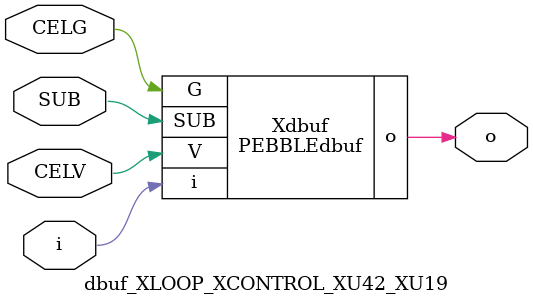
<source format=v>



module PEBBLEdbuf ( o, G, SUB, V, i );

  input V;
  input i;
  input G;
  output o;
  input SUB;
endmodule

//Celera Confidential Do Not Copy dbuf_XLOOP_XCONTROL_XU42_XU19
//Celera Confidential Symbol Generator
//Digital Buffer
module dbuf_XLOOP_XCONTROL_XU42_XU19 (CELV,CELG,i,o,SUB);
input CELV;
input CELG;
input i;
input SUB;
output o;

//Celera Confidential Do Not Copy dbuf
PEBBLEdbuf Xdbuf(
.V (CELV),
.i (i),
.o (o),
.SUB (SUB),
.G (CELG)
);
//,diesize,PEBBLEdbuf

//Celera Confidential Do Not Copy Module End
//Celera Schematic Generator
endmodule

</source>
